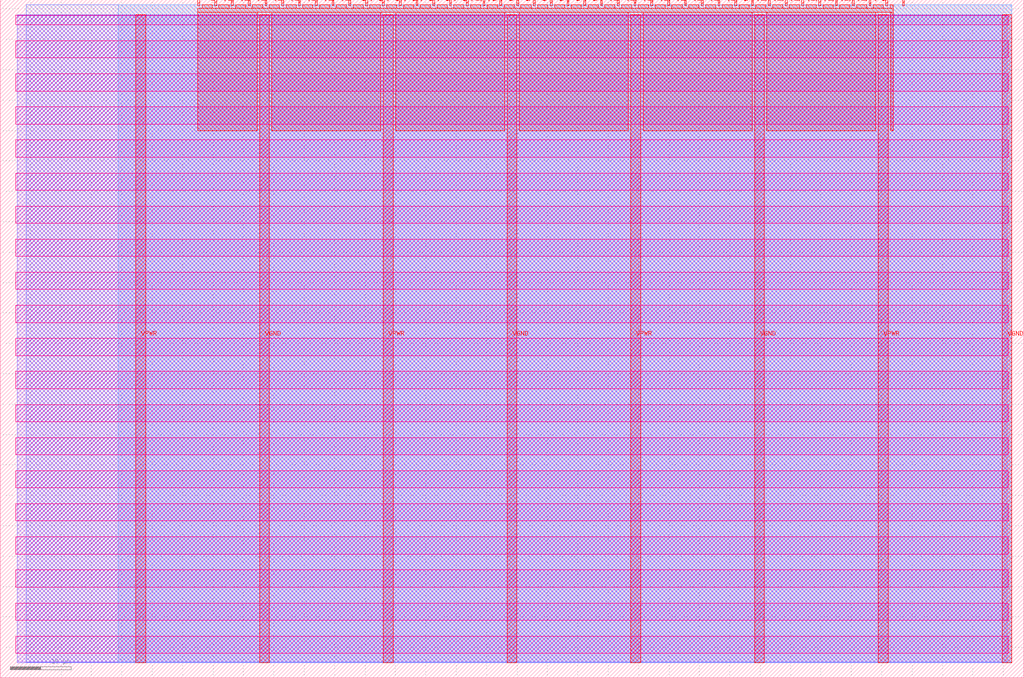
<source format=lef>
VERSION 5.7 ;
  NOWIREEXTENSIONATPIN ON ;
  DIVIDERCHAR "/" ;
  BUSBITCHARS "[]" ;
MACRO tt_um_tomkeddie_a_dup
  CLASS BLOCK ;
  FOREIGN tt_um_tomkeddie_a_dup ;
  ORIGIN 0.000 0.000 ;
  SIZE 168.360 BY 111.520 ;
  PIN VGND
    DIRECTION INOUT ;
    USE GROUND ;
    PORT
      LAYER met4 ;
        RECT 42.670 2.480 44.270 109.040 ;
    END
    PORT
      LAYER met4 ;
        RECT 83.380 2.480 84.980 109.040 ;
    END
    PORT
      LAYER met4 ;
        RECT 124.090 2.480 125.690 109.040 ;
    END
    PORT
      LAYER met4 ;
        RECT 164.800 2.480 166.400 109.040 ;
    END
  END VGND
  PIN VPWR
    DIRECTION INOUT ;
    USE POWER ;
    PORT
      LAYER met4 ;
        RECT 22.315 2.480 23.915 109.040 ;
    END
    PORT
      LAYER met4 ;
        RECT 63.025 2.480 64.625 109.040 ;
    END
    PORT
      LAYER met4 ;
        RECT 103.735 2.480 105.335 109.040 ;
    END
    PORT
      LAYER met4 ;
        RECT 144.445 2.480 146.045 109.040 ;
    END
  END VPWR
  PIN clk
    DIRECTION INPUT ;
    USE SIGNAL ;
    ANTENNAGATEAREA 0.852000 ;
    PORT
      LAYER met4 ;
        RECT 145.670 110.520 145.970 111.520 ;
    END
  END clk
  PIN ena
    DIRECTION INPUT ;
    USE SIGNAL ;
    PORT
      LAYER met4 ;
        RECT 148.430 110.520 148.730 111.520 ;
    END
  END ena
  PIN rst_n
    DIRECTION INPUT ;
    USE SIGNAL ;
    ANTENNAGATEAREA 0.213000 ;
    PORT
      LAYER met4 ;
        RECT 142.910 110.520 143.210 111.520 ;
    END
  END rst_n
  PIN ui_in[0]
    DIRECTION INPUT ;
    USE SIGNAL ;
    ANTENNAGATEAREA 0.196500 ;
    PORT
      LAYER met4 ;
        RECT 140.150 110.520 140.450 111.520 ;
    END
  END ui_in[0]
  PIN ui_in[1]
    DIRECTION INPUT ;
    USE SIGNAL ;
    ANTENNAGATEAREA 0.196500 ;
    PORT
      LAYER met4 ;
        RECT 137.390 110.520 137.690 111.520 ;
    END
  END ui_in[1]
  PIN ui_in[2]
    DIRECTION INPUT ;
    USE SIGNAL ;
    ANTENNAGATEAREA 0.196500 ;
    PORT
      LAYER met4 ;
        RECT 134.630 110.520 134.930 111.520 ;
    END
  END ui_in[2]
  PIN ui_in[3]
    DIRECTION INPUT ;
    USE SIGNAL ;
    ANTENNAGATEAREA 0.196500 ;
    PORT
      LAYER met4 ;
        RECT 131.870 110.520 132.170 111.520 ;
    END
  END ui_in[3]
  PIN ui_in[4]
    DIRECTION INPUT ;
    USE SIGNAL ;
    PORT
      LAYER met4 ;
        RECT 129.110 110.520 129.410 111.520 ;
    END
  END ui_in[4]
  PIN ui_in[5]
    DIRECTION INPUT ;
    USE SIGNAL ;
    PORT
      LAYER met4 ;
        RECT 126.350 110.520 126.650 111.520 ;
    END
  END ui_in[5]
  PIN ui_in[6]
    DIRECTION INPUT ;
    USE SIGNAL ;
    PORT
      LAYER met4 ;
        RECT 123.590 110.520 123.890 111.520 ;
    END
  END ui_in[6]
  PIN ui_in[7]
    DIRECTION INPUT ;
    USE SIGNAL ;
    ANTENNAGATEAREA 0.126000 ;
    PORT
      LAYER met4 ;
        RECT 120.830 110.520 121.130 111.520 ;
    END
  END ui_in[7]
  PIN uio_in[0]
    DIRECTION INPUT ;
    USE SIGNAL ;
    PORT
      LAYER met4 ;
        RECT 118.070 110.520 118.370 111.520 ;
    END
  END uio_in[0]
  PIN uio_in[1]
    DIRECTION INPUT ;
    USE SIGNAL ;
    PORT
      LAYER met4 ;
        RECT 115.310 110.520 115.610 111.520 ;
    END
  END uio_in[1]
  PIN uio_in[2]
    DIRECTION INPUT ;
    USE SIGNAL ;
    PORT
      LAYER met4 ;
        RECT 112.550 110.520 112.850 111.520 ;
    END
  END uio_in[2]
  PIN uio_in[3]
    DIRECTION INPUT ;
    USE SIGNAL ;
    PORT
      LAYER met4 ;
        RECT 109.790 110.520 110.090 111.520 ;
    END
  END uio_in[3]
  PIN uio_in[4]
    DIRECTION INPUT ;
    USE SIGNAL ;
    PORT
      LAYER met4 ;
        RECT 107.030 110.520 107.330 111.520 ;
    END
  END uio_in[4]
  PIN uio_in[5]
    DIRECTION INPUT ;
    USE SIGNAL ;
    PORT
      LAYER met4 ;
        RECT 104.270 110.520 104.570 111.520 ;
    END
  END uio_in[5]
  PIN uio_in[6]
    DIRECTION INPUT ;
    USE SIGNAL ;
    PORT
      LAYER met4 ;
        RECT 101.510 110.520 101.810 111.520 ;
    END
  END uio_in[6]
  PIN uio_in[7]
    DIRECTION INPUT ;
    USE SIGNAL ;
    PORT
      LAYER met4 ;
        RECT 98.750 110.520 99.050 111.520 ;
    END
  END uio_in[7]
  PIN uio_oe[0]
    DIRECTION OUTPUT TRISTATE ;
    USE SIGNAL ;
    ANTENNADIFFAREA 0.445500 ;
    PORT
      LAYER met4 ;
        RECT 51.830 110.520 52.130 111.520 ;
    END
  END uio_oe[0]
  PIN uio_oe[1]
    DIRECTION OUTPUT TRISTATE ;
    USE SIGNAL ;
    ANTENNADIFFAREA 0.445500 ;
    PORT
      LAYER met4 ;
        RECT 49.070 110.520 49.370 111.520 ;
    END
  END uio_oe[1]
  PIN uio_oe[2]
    DIRECTION OUTPUT TRISTATE ;
    USE SIGNAL ;
    ANTENNADIFFAREA 0.445500 ;
    PORT
      LAYER met4 ;
        RECT 46.310 110.520 46.610 111.520 ;
    END
  END uio_oe[2]
  PIN uio_oe[3]
    DIRECTION OUTPUT TRISTATE ;
    USE SIGNAL ;
    ANTENNADIFFAREA 0.445500 ;
    PORT
      LAYER met4 ;
        RECT 43.550 110.520 43.850 111.520 ;
    END
  END uio_oe[3]
  PIN uio_oe[4]
    DIRECTION OUTPUT TRISTATE ;
    USE SIGNAL ;
    ANTENNADIFFAREA 0.445500 ;
    PORT
      LAYER met4 ;
        RECT 40.790 110.520 41.090 111.520 ;
    END
  END uio_oe[4]
  PIN uio_oe[5]
    DIRECTION OUTPUT TRISTATE ;
    USE SIGNAL ;
    ANTENNADIFFAREA 0.445500 ;
    PORT
      LAYER met4 ;
        RECT 38.030 110.520 38.330 111.520 ;
    END
  END uio_oe[5]
  PIN uio_oe[6]
    DIRECTION OUTPUT TRISTATE ;
    USE SIGNAL ;
    ANTENNADIFFAREA 0.445500 ;
    PORT
      LAYER met4 ;
        RECT 35.270 110.520 35.570 111.520 ;
    END
  END uio_oe[6]
  PIN uio_oe[7]
    DIRECTION OUTPUT TRISTATE ;
    USE SIGNAL ;
    ANTENNAGATEAREA 1.869000 ;
    ANTENNADIFFAREA 0.891000 ;
    PORT
      LAYER met4 ;
        RECT 32.510 110.520 32.810 111.520 ;
    END
  END uio_oe[7]
  PIN uio_out[0]
    DIRECTION OUTPUT TRISTATE ;
    USE SIGNAL ;
    ANTENNADIFFAREA 0.795200 ;
    PORT
      LAYER met4 ;
        RECT 73.910 110.520 74.210 111.520 ;
    END
  END uio_out[0]
  PIN uio_out[1]
    DIRECTION OUTPUT TRISTATE ;
    USE SIGNAL ;
    ANTENNADIFFAREA 0.445500 ;
    PORT
      LAYER met4 ;
        RECT 71.150 110.520 71.450 111.520 ;
    END
  END uio_out[1]
  PIN uio_out[2]
    DIRECTION OUTPUT TRISTATE ;
    USE SIGNAL ;
    ANTENNADIFFAREA 0.445500 ;
    PORT
      LAYER met4 ;
        RECT 68.390 110.520 68.690 111.520 ;
    END
  END uio_out[2]
  PIN uio_out[3]
    DIRECTION OUTPUT TRISTATE ;
    USE SIGNAL ;
    ANTENNADIFFAREA 0.445500 ;
    PORT
      LAYER met4 ;
        RECT 65.630 110.520 65.930 111.520 ;
    END
  END uio_out[3]
  PIN uio_out[4]
    DIRECTION OUTPUT TRISTATE ;
    USE SIGNAL ;
    ANTENNADIFFAREA 0.445500 ;
    PORT
      LAYER met4 ;
        RECT 62.870 110.520 63.170 111.520 ;
    END
  END uio_out[4]
  PIN uio_out[5]
    DIRECTION OUTPUT TRISTATE ;
    USE SIGNAL ;
    ANTENNADIFFAREA 0.445500 ;
    PORT
      LAYER met4 ;
        RECT 60.110 110.520 60.410 111.520 ;
    END
  END uio_out[5]
  PIN uio_out[6]
    DIRECTION OUTPUT TRISTATE ;
    USE SIGNAL ;
    PORT
      LAYER met4 ;
        RECT 57.350 110.520 57.650 111.520 ;
    END
  END uio_out[6]
  PIN uio_out[7]
    DIRECTION OUTPUT TRISTATE ;
    USE SIGNAL ;
    PORT
      LAYER met4 ;
        RECT 54.590 110.520 54.890 111.520 ;
    END
  END uio_out[7]
  PIN uo_out[0]
    DIRECTION OUTPUT TRISTATE ;
    USE SIGNAL ;
    ANTENNADIFFAREA 0.795200 ;
    PORT
      LAYER met4 ;
        RECT 95.990 110.520 96.290 111.520 ;
    END
  END uo_out[0]
  PIN uo_out[1]
    DIRECTION OUTPUT TRISTATE ;
    USE SIGNAL ;
    ANTENNADIFFAREA 0.795200 ;
    PORT
      LAYER met4 ;
        RECT 93.230 110.520 93.530 111.520 ;
    END
  END uo_out[1]
  PIN uo_out[2]
    DIRECTION OUTPUT TRISTATE ;
    USE SIGNAL ;
    ANTENNADIFFAREA 0.795200 ;
    PORT
      LAYER met4 ;
        RECT 90.470 110.520 90.770 111.520 ;
    END
  END uo_out[2]
  PIN uo_out[3]
    DIRECTION OUTPUT TRISTATE ;
    USE SIGNAL ;
    ANTENNADIFFAREA 0.445500 ;
    PORT
      LAYER met4 ;
        RECT 87.710 110.520 88.010 111.520 ;
    END
  END uo_out[3]
  PIN uo_out[4]
    DIRECTION OUTPUT TRISTATE ;
    USE SIGNAL ;
    ANTENNADIFFAREA 0.445500 ;
    PORT
      LAYER met4 ;
        RECT 84.950 110.520 85.250 111.520 ;
    END
  END uo_out[4]
  PIN uo_out[5]
    DIRECTION OUTPUT TRISTATE ;
    USE SIGNAL ;
    ANTENNAGATEAREA 0.159000 ;
    ANTENNADIFFAREA 0.795200 ;
    PORT
      LAYER met4 ;
        RECT 82.190 110.520 82.490 111.520 ;
    END
  END uo_out[5]
  PIN uo_out[6]
    DIRECTION OUTPUT TRISTATE ;
    USE SIGNAL ;
    ANTENNADIFFAREA 0.445500 ;
    PORT
      LAYER met4 ;
        RECT 79.430 110.520 79.730 111.520 ;
    END
  END uo_out[6]
  PIN uo_out[7]
    DIRECTION OUTPUT TRISTATE ;
    USE SIGNAL ;
    ANTENNADIFFAREA 0.795200 ;
    PORT
      LAYER met4 ;
        RECT 76.670 110.520 76.970 111.520 ;
    END
  END uo_out[7]
  OBS
      LAYER nwell ;
        RECT 2.570 107.385 165.790 108.990 ;
        RECT 2.570 101.945 165.790 104.775 ;
        RECT 2.570 96.505 165.790 99.335 ;
        RECT 2.570 91.065 165.790 93.895 ;
        RECT 2.570 85.625 165.790 88.455 ;
        RECT 2.570 80.185 165.790 83.015 ;
        RECT 2.570 74.745 165.790 77.575 ;
        RECT 2.570 69.305 165.790 72.135 ;
        RECT 2.570 63.865 165.790 66.695 ;
        RECT 2.570 58.425 165.790 61.255 ;
        RECT 2.570 52.985 165.790 55.815 ;
        RECT 2.570 47.545 165.790 50.375 ;
        RECT 2.570 42.105 165.790 44.935 ;
        RECT 2.570 36.665 165.790 39.495 ;
        RECT 2.570 31.225 165.790 34.055 ;
        RECT 2.570 25.785 165.790 28.615 ;
        RECT 2.570 20.345 165.790 23.175 ;
        RECT 2.570 14.905 165.790 17.735 ;
        RECT 2.570 9.465 165.790 12.295 ;
        RECT 2.570 4.025 165.790 6.855 ;
      LAYER li1 ;
        RECT 2.760 2.635 165.600 108.885 ;
      LAYER met1 ;
        RECT 2.760 2.480 166.400 109.040 ;
      LAYER met2 ;
        RECT 4.240 2.535 166.370 110.685 ;
      LAYER met3 ;
        RECT 19.385 2.555 166.390 110.665 ;
      LAYER met4 ;
        RECT 33.210 110.120 34.870 110.665 ;
        RECT 35.970 110.120 37.630 110.665 ;
        RECT 38.730 110.120 40.390 110.665 ;
        RECT 41.490 110.120 43.150 110.665 ;
        RECT 44.250 110.120 45.910 110.665 ;
        RECT 47.010 110.120 48.670 110.665 ;
        RECT 49.770 110.120 51.430 110.665 ;
        RECT 52.530 110.120 54.190 110.665 ;
        RECT 55.290 110.120 56.950 110.665 ;
        RECT 58.050 110.120 59.710 110.665 ;
        RECT 60.810 110.120 62.470 110.665 ;
        RECT 63.570 110.120 65.230 110.665 ;
        RECT 66.330 110.120 67.990 110.665 ;
        RECT 69.090 110.120 70.750 110.665 ;
        RECT 71.850 110.120 73.510 110.665 ;
        RECT 74.610 110.120 76.270 110.665 ;
        RECT 77.370 110.120 79.030 110.665 ;
        RECT 80.130 110.120 81.790 110.665 ;
        RECT 82.890 110.120 84.550 110.665 ;
        RECT 85.650 110.120 87.310 110.665 ;
        RECT 88.410 110.120 90.070 110.665 ;
        RECT 91.170 110.120 92.830 110.665 ;
        RECT 93.930 110.120 95.590 110.665 ;
        RECT 96.690 110.120 98.350 110.665 ;
        RECT 99.450 110.120 101.110 110.665 ;
        RECT 102.210 110.120 103.870 110.665 ;
        RECT 104.970 110.120 106.630 110.665 ;
        RECT 107.730 110.120 109.390 110.665 ;
        RECT 110.490 110.120 112.150 110.665 ;
        RECT 113.250 110.120 114.910 110.665 ;
        RECT 116.010 110.120 117.670 110.665 ;
        RECT 118.770 110.120 120.430 110.665 ;
        RECT 121.530 110.120 123.190 110.665 ;
        RECT 124.290 110.120 125.950 110.665 ;
        RECT 127.050 110.120 128.710 110.665 ;
        RECT 129.810 110.120 131.470 110.665 ;
        RECT 132.570 110.120 134.230 110.665 ;
        RECT 135.330 110.120 136.990 110.665 ;
        RECT 138.090 110.120 139.750 110.665 ;
        RECT 140.850 110.120 142.510 110.665 ;
        RECT 143.610 110.120 145.270 110.665 ;
        RECT 146.370 110.120 146.905 110.665 ;
        RECT 32.495 109.440 146.905 110.120 ;
        RECT 32.495 89.935 42.270 109.440 ;
        RECT 44.670 89.935 62.625 109.440 ;
        RECT 65.025 89.935 82.980 109.440 ;
        RECT 85.380 89.935 103.335 109.440 ;
        RECT 105.735 89.935 123.690 109.440 ;
        RECT 126.090 89.935 144.045 109.440 ;
        RECT 146.445 89.935 146.905 109.440 ;
  END
END tt_um_tomkeddie_a_dup
END LIBRARY


</source>
